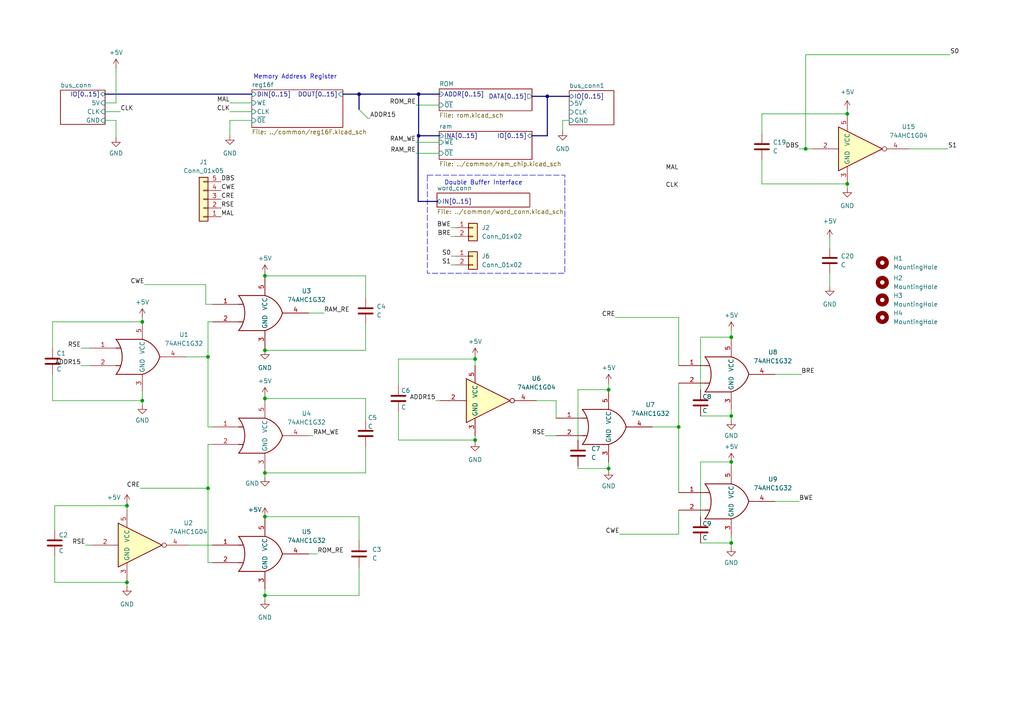
<source format=kicad_sch>
(kicad_sch (version 20250114) (generator "eeschema") (generator_version "9.0")
  (paper "A4")
  (lib_symbols
    (symbol "74xGxx:74AHC1G04"
      (property "Reference" "U" (at -2.54 3.81 0))
      (property "Value" "74AHC1G04" (at 0 -3.81 0))
      (symbol "74AHC1G04_0_1"
        (polyline (pts (xy -7.62 6.35) (xy -7.62 -6.35) (xy 5.08 0) (xy -7.62 6.35)) (stroke (width 0.254)) (fill (type background)))
      )
      (symbol "74AHC1G04_1_1"
        (pin input line (at -15.24 0 0) (length 7.62) (name "~") (number "2"))
        (pin power_in line (at -5.08 10.16 270) (length 5.08) (name "VCC") (number "5"))
        (pin power_in line (at -5.08 -10.16 90) (length 5.08) (name "GND") (number "3"))
        (pin output inverted (at 12.7 0 180) (length 7.62) (name "~") (number "4"))
      )
    )
    (symbol "74xGxx:74AHC1G32"
      (property "Reference" "U" (at -2.54 3.81 0))
      (property "Value" "74AHC1G32" (at 0 -3.81 0))
      (symbol "74AHC1G32_0_1"
        (arc (start -7.62 5.08) (mid -5.838 0) (end -7.62 -5.08) (stroke (width 0.254)))
        (polyline (pts (xy -7.62 2.54) (xy -6.35 2.54)) (stroke (width 0.254)) (fill (type background)))
        (polyline (pts (xy -7.62 -2.54) (xy -6.35 -2.54)) (stroke (width 0.254)) (fill (type background)))
        (arc (start 5.08 0) (mid 3.202 -3.202) (end 0 -5.08) (stroke (width 0.254)))
        (arc (start 0 5.08) (mid 3.2271 3.2271) (end 5.08 0) (stroke (width 0.254)))
        (polyline (pts (xy 0 5.08) (xy -7.62 5.08)) (stroke (width 0.254)) (fill (type background)))
        (polyline (pts (xy 0 -5.08) (xy -7.62 -5.08)) (stroke (width 0.254)) (fill (type background)))
      )
      (symbol "74AHC1G32_1_1"
        (pin input line (at -15.24 2.54 0) (length 7.62) (name "~") (number "1"))
        (pin input line (at -15.24 -2.54 0) (length 7.62) (name "~") (number "2"))
        (pin power_in line (at 0 10.16 270) (length 5.08) (name "VCC") (number "5"))
        (pin power_in line (at 0 -10.16 90) (length 5.08) (name "GND") (number "3"))
        (pin output line (at 12.7 0 180) (length 7.62) (name "~") (number "4"))
      )
    )
    (symbol "Connector_Generic:Conn_01x02" (pin_names (offset 1.016) (hide yes))
      (property "Reference" "J" (at 0 2.54 0))
      (property "Value" "Conn_01x02" (at 0 -5.08 0))
      (symbol "Conn_01x02_1_1"
        (rectangle (start -1.27 1.27) (end 1.27 -3.81) (stroke (width 0.254)) (fill (type background)))
        (rectangle (start -1.27 0.127) (end 0 -0.127) (stroke (width 0.1524)))
        (rectangle (start -1.27 -2.413) (end 0 -2.667) (stroke (width 0.1524)))
        (pin passive line (at -5.08 0 0) (length 3.81) (name "Pin_1") (number "1"))
        (pin passive line (at -5.08 -2.54 0) (length 3.81) (name "Pin_2") (number "2"))
      )
    )
    (symbol "Connector_Generic:Conn_01x05" (pin_names (offset 1.016) (hide yes))
      (property "Reference" "J" (at 0 7.62 0))
      (property "Value" "Conn_01x05" (at 0 -7.62 0))
      (symbol "Conn_01x05_1_1"
        (rectangle (start -1.27 6.35) (end 1.27 -6.35) (stroke (width 0.254)) (fill (type background)))
        (rectangle (start -1.27 5.207) (end 0 4.953) (stroke (width 0.1524)))
        (rectangle (start -1.27 2.667) (end 0 2.413) (stroke (width 0.1524)))
        (rectangle (start -1.27 0.127) (end 0 -0.127) (stroke (width 0.1524)))
        (rectangle (start -1.27 -2.413) (end 0 -2.667) (stroke (width 0.1524)))
        (rectangle (start -1.27 -4.953) (end 0 -5.207) (stroke (width 0.1524)))
        (pin passive line (at -5.08 5.08 0) (length 3.81) (name "Pin_1") (number "1"))
        (pin passive line (at -5.08 2.54 0) (length 3.81) (name "Pin_2") (number "2"))
        (pin passive line (at -5.08 0 0) (length 3.81) (name "Pin_3") (number "3"))
        (pin passive line (at -5.08 -2.54 0) (length 3.81) (name "Pin_4") (number "4"))
        (pin passive line (at -5.08 -5.08 0) (length 3.81) (name "Pin_5") (number "5"))
      )
    )
    (symbol "Device:C" (pin_numbers (hide yes)) (pin_names (offset 0.254))
      (property "Reference" "C" (at 0.635 2.54 0))
      (property "Value" "C" (at 0.635 -2.54 0))
      (symbol "C_0_1"
        (polyline (pts (xy -2.032 0.762) (xy 2.032 0.762)) (stroke (width 0.508)))
        (polyline (pts (xy -2.032 -0.762) (xy 2.032 -0.762)) (stroke (width 0.508)))
      )
      (symbol "C_1_1"
        (pin passive line (at 0 3.81 270) (length 2.794) (name "~") (number "1"))
        (pin passive line (at 0 -3.81 90) (length 2.794) (name "~") (number "2"))
      )
    )
    (symbol "Mechanical:MountingHole" (pin_names (offset 1.016)) (in_bom no)
      (property "Reference" "H" (at 0 5.08 0))
      (property "Value" "MountingHole" (at 0 3.175 0))
      (symbol "MountingHole_0_1"
        (circle (center 0 0) (radius 1.27) (stroke (width 1.27)))
      )
    )
    (symbol "power:+5V" (power) (pin_numbers (hide yes)) (pin_names (offset 0) (hide yes))
      (property "Value" "+5V" (at 0 3.556 0))
      (symbol "+5V_0_1"
        (polyline (pts (xy -0.762 1.27) (xy 0 2.54)))
        (polyline (pts (xy 0 2.54) (xy 0.762 1.27)))
        (polyline (pts (xy 0 0) (xy 0 2.54)))
      )
      (symbol "+5V_1_1"
        (pin power_in line (at 0 0 90) (length 0) (name "~") (number "1"))
      )
    )
    (symbol "power:GND" (power) (pin_numbers (hide yes)) (pin_names (offset 0) (hide yes))
      (property "Value" "GND" (at 0 -3.81 0))
      (symbol "GND_0_1"
        (polyline (pts (xy 0 0) (xy 0 -1.27) (xy 1.27 -1.27) (xy 0 -2.54) (xy -1.27 -1.27) (xy 0 -1.27)))
      )
      (symbol "GND_1_1"
        (pin power_in line (at 0 0 270) (length 0) (name "~") (number "1"))
      )
    )
  )
  (rectangle (start 123.952 50.8) (end 163.83 79.248) (stroke (width 0) (type dash)))
  (text "Double Buffer Interface" (at 140.208 53.086 0) (effects (font (size 1.27 1.27))))
  (text "Memory Address Register" (at 85.598 22.352 0) (effects (font (size 1.27 1.27))))
  (junction (at 36.83 168.91))
  (junction (at 212.09 97.79))
  (junction (at 104.14 27.305))
  (junction (at 60.325 103.505))
  (junction (at 212.09 157.48))
  (junction (at 60.325 141.605))
  (junction (at 76.835 101.6))
  (junction (at 121.412 39.37))
  (junction (at 245.745 53.34))
  (junction (at 121.412 27.305))
  (junction (at 76.835 137.16))
  (junction (at 212.09 133.985))
  (junction (at 137.795 104.14))
  (junction (at 76.835 80.01))
  (junction (at 76.835 115.57))
  (junction (at 233.68 43.18))
  (junction (at 41.275 116.205))
  (junction (at 36.83 146.685))
  (junction (at 176.53 113.03))
  (junction (at 76.835 172.72))
  (junction (at 176.53 135.89))
  (junction (at 41.275 93.345))
  (junction (at 137.795 127.635))
  (junction (at 196.85 123.825))
  (junction (at 245.745 33.02))
  (junction (at 212.09 120.65))
  (junction (at 76.835 149.86))
  (junction (at 158.75 27.94))
  (bus_entry (at 104.14 31.75) (size 2.54 2.54))
  (wire (pts (xy 115.57 127.635) (xy 137.795 127.635)))
  (wire (pts (xy 212.09 155.575) (xy 212.09 157.48)))
  (wire (pts (xy 212.09 121.92) (xy 212.09 120.65)))
  (wire (pts (xy 137.795 104.14) (xy 137.795 106.045)))
  (wire (pts (xy 15.24 116.205) (xy 41.275 116.205)))
  (wire (pts (xy 176.53 133.985) (xy 176.53 135.89)))
  (wire (pts (xy 161.29 121.285) (xy 161.29 116.205)))
  (wire (pts (xy 76.835 116.205) (xy 76.835 115.57)))
  (wire (pts (xy 240.665 79.375) (xy 240.665 83.185)))
  (wire (pts (xy 15.24 93.345) (xy 15.24 100.965)))
  (wire (pts (xy 263.525 43.18) (xy 274.955 43.18)))
  (bus (pts (xy 154.305 39.37) (xy 158.75 39.37)))
  (wire (pts (xy 120.65 41.275) (xy 127.381 41.275)))
  (wire (pts (xy 167.64 113.03) (xy 176.53 113.03)))
  (wire (pts (xy 212.09 158.75) (xy 212.09 157.48)))
  (wire (pts (xy 126.365 116.205) (xy 127.635 116.205)))
  (wire (pts (xy 220.98 53.34) (xy 245.745 53.34)))
  (wire (pts (xy 130.81 76.835) (xy 132.08 76.835)))
  (wire (pts (xy 76.835 172.72) (xy 76.835 173.99)))
  (wire (pts (xy 76.835 136.525) (xy 76.835 137.16)))
  (wire (pts (xy 196.85 123.825) (xy 196.85 111.125)))
  (wire (pts (xy 137.795 126.365) (xy 137.795 127.635)))
  (wire (pts (xy 36.83 146.685) (xy 36.83 147.955)))
  (wire (pts (xy 212.09 133.985) (xy 212.09 135.255)))
  (wire (pts (xy 36.83 146.05) (xy 36.83 146.685)))
  (wire (pts (xy 115.57 119.38) (xy 115.57 127.635)))
  (wire (pts (xy 176.53 113.03) (xy 176.53 113.665)))
  (wire (pts (xy 66.675 32.385) (xy 73.025 32.385)))
  (wire (pts (xy 59.69 82.55) (xy 41.91 82.55)))
  (bus (pts (xy 154.305 27.94) (xy 158.75 27.94)))
  (bus (pts (xy 121.412 39.37) (xy 127.635 39.37)))
  (wire (pts (xy 30.48 29.845) (xy 33.655 29.845)))
  (wire (pts (xy 130.81 68.58) (xy 132.08 68.58)))
  (wire (pts (xy 233.68 43.18) (xy 235.585 43.18)))
  (wire (pts (xy 76.835 170.815) (xy 76.835 172.72)))
  (wire (pts (xy 76.835 172.72) (xy 104.14 172.72)))
  (wire (pts (xy 115.57 104.14) (xy 137.795 104.14)))
  (bus (pts (xy 99.441 27.305) (xy 104.14 27.305)))
  (wire (pts (xy 54.61 158.115) (xy 61.595 158.115)))
  (wire (pts (xy 36.83 168.91) (xy 36.83 170.18)))
  (wire (pts (xy 30.48 32.385) (xy 34.925 32.385)))
  (wire (pts (xy 163.195 34.925) (xy 163.195 38.1)))
  (bus (pts (xy 104.14 27.305) (xy 121.412 27.305)))
  (wire (pts (xy 212.09 95.885) (xy 212.09 97.79)))
  (wire (pts (xy 220.98 33.02) (xy 220.98 38.735)))
  (wire (pts (xy 41.275 116.205) (xy 41.275 113.665)))
  (wire (pts (xy 104.14 172.72) (xy 104.14 164.465)))
  (wire (pts (xy 106.045 101.6) (xy 76.835 101.6)))
  (wire (pts (xy 76.835 80.01) (xy 76.835 80.645)))
  (wire (pts (xy 30.48 34.925) (xy 33.655 34.925)))
  (wire (pts (xy 212.09 118.745) (xy 212.09 120.65)))
  (wire (pts (xy 15.875 161.29) (xy 15.875 168.91)))
  (wire (pts (xy 203.2 133.985) (xy 212.09 133.985)))
  (wire (pts (xy 60.325 103.505) (xy 60.325 123.825)))
  (wire (pts (xy 203.2 133.985) (xy 203.2 149.86)))
  (bus (pts (xy 121.285 39.37) (xy 121.412 39.37)))
  (wire (pts (xy 120.65 30.48) (xy 127.381 30.48)))
  (wire (pts (xy 231.775 43.18) (xy 233.68 43.18)))
  (bus (pts (xy 30.48 27.305) (xy 73.025 27.305)))
  (wire (pts (xy 137.795 127.635) (xy 137.795 128.27)))
  (wire (pts (xy 106.045 115.57) (xy 76.835 115.57)))
  (wire (pts (xy 106.045 80.01) (xy 106.045 86.36)))
  (wire (pts (xy 106.045 129.54) (xy 106.045 137.16)))
  (wire (pts (xy 15.875 146.685) (xy 36.83 146.685)))
  (wire (pts (xy 41.275 92.075) (xy 41.275 93.345)))
  (wire (pts (xy 167.64 127.635) (xy 167.64 113.03)))
  (wire (pts (xy 176.53 135.89) (xy 167.64 135.89)))
  (wire (pts (xy 233.68 43.18) (xy 233.68 15.875)))
  (wire (pts (xy 15.875 168.91) (xy 36.83 168.91)))
  (wire (pts (xy 196.85 106.045) (xy 196.85 92.075)))
  (wire (pts (xy 196.85 123.825) (xy 196.85 142.875)))
  (wire (pts (xy 203.2 97.79) (xy 212.09 97.79)))
  (wire (pts (xy 60.325 123.825) (xy 61.595 123.825)))
  (wire (pts (xy 60.325 93.345) (xy 61.595 93.345)))
  (wire (pts (xy 158.115 126.365) (xy 161.29 126.365)))
  (wire (pts (xy 15.24 108.585) (xy 15.24 116.205)))
  (wire (pts (xy 76.835 149.86) (xy 104.14 149.86)))
  (wire (pts (xy 245.745 31.75) (xy 245.745 33.02)))
  (bus (pts (xy 121.285 39.37) (xy 121.285 58.42)))
  (wire (pts (xy 33.655 34.925) (xy 33.655 40.005)))
  (wire (pts (xy 224.79 108.585) (xy 232.41 108.585)))
  (wire (pts (xy 76.835 149.86) (xy 76.835 150.495)))
  (wire (pts (xy 220.98 46.355) (xy 220.98 53.34)))
  (wire (pts (xy 176.53 111.125) (xy 176.53 113.03)))
  (wire (pts (xy 137.795 103.505) (xy 137.795 104.14)))
  (wire (pts (xy 120.65 44.45) (xy 127.381 44.45)))
  (wire (pts (xy 41.275 116.205) (xy 41.275 117.475)))
  (wire (pts (xy 178.435 92.075) (xy 196.85 92.075)))
  (wire (pts (xy 189.23 123.825) (xy 196.85 123.825)))
  (wire (pts (xy 245.745 53.34) (xy 245.745 54.61)))
  (wire (pts (xy 106.045 121.92) (xy 106.045 115.57)))
  (wire (pts (xy 212.09 157.48) (xy 203.2 157.48)))
  (wire (pts (xy 224.79 145.415) (xy 231.775 145.415)))
  (bus (pts (xy 121.412 27.305) (xy 121.412 39.37)))
  (wire (pts (xy 53.975 103.505) (xy 60.325 103.505)))
  (wire (pts (xy 76.835 80.01) (xy 106.045 80.01)))
  (wire (pts (xy 59.69 88.265) (xy 59.69 82.55)))
  (wire (pts (xy 66.675 34.925) (xy 66.675 39.37)))
  (wire (pts (xy 60.325 163.195) (xy 61.595 163.195)))
  (wire (pts (xy 23.495 106.045) (xy 26.035 106.045)))
  (wire (pts (xy 245.745 33.02) (xy 220.98 33.02)))
  (wire (pts (xy 36.83 168.275) (xy 36.83 168.91)))
  (wire (pts (xy 61.595 128.905) (xy 60.325 128.905)))
  (wire (pts (xy 23.495 100.965) (xy 26.035 100.965)))
  (bus (pts (xy 121.285 58.42) (xy 127 58.42)))
  (wire (pts (xy 106.68 34.29) (xy 107.315 34.29)))
  (wire (pts (xy 115.57 111.76) (xy 115.57 104.14)))
  (wire (pts (xy 89.535 160.655) (xy 92.075 160.655)))
  (wire (pts (xy 106.045 137.16) (xy 76.835 137.16)))
  (bus (pts (xy 121.412 27.305) (xy 127.635 27.305)))
  (wire (pts (xy 106.045 93.98) (xy 106.045 101.6)))
  (wire (pts (xy 76.835 79.375) (xy 76.835 80.01)))
  (wire (pts (xy 104.14 149.86) (xy 104.14 156.845)))
  (wire (pts (xy 66.675 29.845) (xy 73.025 29.845)))
  (bus (pts (xy 104.14 27.305) (xy 104.14 31.75)))
  (wire (pts (xy 155.575 116.205) (xy 161.29 116.205)))
  (bus (pts (xy 158.75 39.37) (xy 158.75 27.94)))
  (wire (pts (xy 40.64 141.605) (xy 60.325 141.605)))
  (wire (pts (xy 196.85 147.955) (xy 196.85 154.94)))
  (wire (pts (xy 76.835 115.57) (xy 76.835 114.935)))
  (wire (pts (xy 130.81 74.295) (xy 132.08 74.295)))
  (wire (pts (xy 73.025 34.925) (xy 66.675 34.925)))
  (wire (pts (xy 76.835 137.16) (xy 76.835 138.43)))
  (wire (pts (xy 165.1 34.925) (xy 163.195 34.925)))
  (wire (pts (xy 41.275 93.345) (xy 15.24 93.345)))
  (wire (pts (xy 212.09 120.65) (xy 203.2 120.65)))
  (wire (pts (xy 60.325 93.345) (xy 60.325 103.505)))
  (wire (pts (xy 89.535 90.805) (xy 93.98 90.805)))
  (wire (pts (xy 60.325 128.905) (xy 60.325 141.605)))
  (wire (pts (xy 60.325 141.605) (xy 60.325 163.195)))
  (wire (pts (xy 33.655 19.685) (xy 33.655 29.845)))
  (bus (pts (xy 158.75 27.94) (xy 165.1 27.94)))
  (wire (pts (xy 130.81 66.04) (xy 132.08 66.04)))
  (wire (pts (xy 212.09 97.79) (xy 212.09 98.425)))
  (wire (pts (xy 203.2 97.79) (xy 203.2 113.03)))
  (wire (pts (xy 76.835 101.6) (xy 76.835 100.965)))
  (wire (pts (xy 89.535 126.365) (xy 90.805 126.365)))
  (wire (pts (xy 24.765 158.115) (xy 26.67 158.115)))
  (wire (pts (xy 176.53 135.89) (xy 176.53 136.525)))
  (wire (pts (xy 15.875 153.67) (xy 15.875 146.685)))
  (wire (pts (xy 59.69 88.265) (xy 61.595 88.265)))
  (wire (pts (xy 167.64 135.89) (xy 167.64 135.255)))
  (wire (pts (xy 233.68 15.875) (xy 275.59 15.875)))
  (wire (pts (xy 240.665 69.215) (xy 240.665 71.755)))
  (wire (pts (xy 179.705 154.94) (xy 196.85 154.94)))
  (label "ROM_RE" (at 120.65 30.48 180))
  (label "BRE" (at 232.41 108.585 0))
  (label "RSE" (at 64.135 60.325 0))
  (label "S0" (at 130.81 74.295 180))
  (label "MAL" (at 66.675 29.845 180))
  (label "DBS" (at 64.135 52.705 0))
  (label "RAM_WE" (at 90.805 126.365 0))
  (label "ADDR15" (at 126.365 116.205 180))
  (label "CWE" (at 64.135 55.245 0))
  (label "CRE" (at 40.64 141.605 180))
  (label "DBS" (at 231.775 43.18 180))
  (label "BWE" (at 231.775 145.415 0))
  (label "ROM_RE" (at 92.075 160.655 0))
  (label "RSE" (at 158.115 126.365 180))
  (label "RAM_RE" (at 120.65 44.45 180))
  (label "CLK" (at 66.675 32.385 180))
  (label "MAL" (at 64.135 62.865 0))
  (label "RSE" (at 24.765 158.115 180))
  (label "S1" (at 130.81 76.835 180))
  (label "CWE" (at 41.91 82.55 180))
  (label "CRE" (at 178.435 92.075 180))
  (label "BWE" (at 130.81 66.04 180))
  (label "BRE" (at 130.81 68.58 180))
  (label "CWE" (at 179.705 154.94 180))
  (label "ADDR15" (at 23.495 106.045 180))
  (label "MAL" (at 193.04 49.53 0))
  (label "RAM_RE" (at 93.98 90.805 0))
  (label "RAM_WE" (at 120.65 41.275 180))
  (label "RSE" (at 23.495 100.965 180))
  (label "S1" (at 274.955 43.18 0))
  (label "CLK" (at 34.925 32.385 0))
  (label "CLK" (at 193.04 54.61 0))
  (label "ADDR15" (at 107.315 34.29 0))
  (label "CRE" (at 64.135 57.785 0))
  (label "S0" (at 275.59 15.875 0))
  (symbol (lib_id "power:GND") (at 41.275 117.475 0) (unit 1)
    (property "Reference" "#PWR06" (effects (hide yes)))
    (property "Value" "GND" (at 41.275 121.92 0))
    (property "Description" "Power symbol creates a global label with name \"GND\" , ground" (effects (hide yes)))
  )
  (symbol (lib_id "Device:C") (at 15.24 104.775 0) (unit 1)
    (property "Reference" "C1" (at 16.383 102.489 0) (effects (justify left)))
    (property "Value" "C" (at 16.383 107.061 0) (effects (justify left)))
    (property "Footprint" "Capacitor_SMD:C_0603_1608Metric" (effects (hide yes)))
    (property "Description" "Unpolarized capacitor" (effects (hide yes)))
  )
  (symbol (lib_id "Device:C") (at 104.14 160.655 0) (unit 1)
    (property "Reference" "C3" (at 107.95 159.3849 0) (effects (justify left)))
    (property "Value" "C" (at 107.95 161.9249 0) (effects (justify left)))
    (property "Footprint" "Capacitor_SMD:C_0603_1608Metric" (effects (hide yes)))
    (property "Description" "Unpolarized capacitor" (effects (hide yes)))
  )
  (symbol (lib_id "power:+5V") (at 137.795 103.505 0) (unit 1)
    (property "Reference" "#PWR014" (effects (hide yes)))
    (property "Value" "+5V" (at 137.795 99.06 0))
    (property "Description" "Power symbol creates a global label with name \"+5V\"" (effects (hide yes)))
  )
  (symbol (lib_id "74xGxx:74AHC1G32") (at 76.835 160.655 0) (unit 1)
    (property "Reference" "U5" (at 88.9 154.2348 0))
    (property "Value" "74AHC1G32" (at 88.9 156.7748 0))
    (property "Footprint" "Package_TO_SOT_SMD:SOT-23-5" (effects (hide yes)))
    (property "Datasheet" "http://www.ti.com/lit/sg/scyt129e/scyt129e.pdf" (effects (hide yes)))
    (property "Description" "Single OR Gate, Low-Voltage CMOS" (effects (hide yes)))
  )
  (symbol (lib_id "power:GND") (at 245.745 54.61 0) (unit 1)
    (property "Reference" "#PWR025" (effects (hide yes)))
    (property "Value" "GND" (at 245.745 59.69 0))
    (property "Description" "Power symbol creates a global label with name \"GND\" , ground" (effects (hide yes)))
  )
  (symbol (lib_id "Device:C") (at 220.98 42.545 0) (unit 1)
    (property "Reference" "C19" (at 224.155 41.2749 0) (effects (justify left)))
    (property "Value" "C" (at 224.155 43.8149 0) (effects (justify left)))
    (property "Footprint" "Capacitor_SMD:C_0603_1608Metric" (effects (hide yes)))
    (property "Description" "Unpolarized capacitor" (effects (hide yes)))
  )
  (symbol (lib_id "Connector_Generic:Conn_01x05") (at 59.055 57.785 180) (unit 1)
    (property "Reference" "J1" (at 59.055 46.99 0))
    (property "Value" "Conn_01x05" (at 59.055 49.53 0))
    (property "Footprint" "Connector_PinHeader_2.54mm:PinHeader_1x05_P2.54mm_Vertical" (effects (hide yes)))
    (property "Description" "Generic connector, single row, 01x05, script generated (kicad-library-utils/schlib/autogen/connector/)" (effects (hide yes)))
  )
  (symbol (lib_id "power:GND") (at 212.09 121.92 0) (unit 1)
    (property "Reference" "#PWR019" (effects (hide yes)))
    (property "Value" "GND" (at 212.09 126.365 0))
    (property "Description" "Power symbol creates a global label with name \"GND\" , ground" (effects (hide yes)))
  )
  (symbol (lib_id "Device:C") (at 203.2 153.67 0) (unit 1)
    (property "Reference" "C9" (at 203.708 151.892 0) (effects (justify left)))
    (property "Value" "C" (at 203.708 155.956 0) (effects (justify left)))
    (property "Footprint" "Capacitor_SMD:C_0603_1608Metric" (effects (hide yes)))
    (property "Description" "Unpolarized capacitor" (effects (hide yes)))
  )
  (symbol (lib_id "power:GND") (at 137.795 128.27 0) (unit 1)
    (property "Reference" "#PWR015" (effects (hide yes)))
    (property "Value" "GND" (at 137.795 133.35 0))
    (property "Description" "Power symbol creates a global label with name \"GND\" , ground" (effects (hide yes)))
  )
  (symbol (lib_id "Device:C") (at 115.57 115.57 0) (unit 1)
    (property "Reference" "C6" (at 116.332 113.284 0) (effects (justify left)))
    (property "Value" "C" (at 116.332 118.11 0) (effects (justify left)))
    (property "Footprint" "Capacitor_SMD:C_0603_1608Metric" (effects (hide yes)))
    (property "Description" "Unpolarized capacitor" (effects (hide yes)))
  )
  (symbol (lib_id "Device:C") (at 167.64 131.445 0) (unit 1)
    (property "Reference" "C7" (at 171.45 130.1749 0) (effects (justify left)))
    (property "Value" "C" (at 171.45 132.7149 0) (effects (justify left)))
    (property "Footprint" "Capacitor_SMD:C_0603_1608Metric" (effects (hide yes)))
    (property "Description" "Unpolarized capacitor" (effects (hide yes)))
  )
  (symbol (lib_id "power:+5V") (at 176.53 111.125 0) (unit 1)
    (property "Reference" "#PWR016" (effects (hide yes)))
    (property "Value" "+5V" (at 176.53 106.68 0))
    (property "Description" "Power symbol creates a global label with name \"+5V\"" (effects (hide yes)))
  )
  (symbol (lib_id "74xGxx:74AHC1G32") (at 76.835 90.805 0) (unit 1)
    (property "Reference" "U3" (at 88.9 84.3848 0))
    (property "Value" "74AHC1G32" (at 88.9 86.9248 0))
    (property "Footprint" "Package_TO_SOT_SMD:SOT-23-5" (effects (hide yes)))
    (property "Datasheet" "http://www.ti.com/lit/sg/scyt129e/scyt129e.pdf" (effects (hide yes)))
    (property "Description" "Single OR Gate, Low-Voltage CMOS" (effects (hide yes)))
  )
  (symbol (lib_id "power:+5V") (at 76.835 79.375 0) (unit 1)
    (property "Reference" "#PWR08" (effects (hide yes)))
    (property "Value" "+5V" (at 76.835 74.93 0))
    (property "Description" "Power symbol creates a global label with name \"+5V\"" (effects (hide yes)))
  )
  (symbol (lib_id "74xGxx:74AHC1G32") (at 76.835 126.365 0) (unit 1)
    (property "Reference" "U4" (at 88.9 119.9448 0))
    (property "Value" "74AHC1G32" (at 88.9 122.4848 0))
    (property "Footprint" "Package_TO_SOT_SMD:SOT-23-5" (effects (hide yes)))
    (property "Datasheet" "http://www.ti.com/lit/sg/scyt129e/scyt129e.pdf" (effects (hide yes)))
    (property "Description" "Single OR Gate, Low-Voltage CMOS" (effects (hide yes)))
  )
  (symbol (lib_id "power:+5V") (at 245.745 31.75 0) (unit 1)
    (property "Reference" "#PWR024" (effects (hide yes)))
    (property "Value" "+5V" (at 245.745 26.67 0))
    (property "Description" "Power symbol creates a global label with name \"+5V\"" (effects (hide yes)))
  )
  (symbol (lib_id "Device:C") (at 15.875 157.48 0) (unit 1)
    (property "Reference" "C2" (at 17.018 155.194 0) (effects (justify left)))
    (property "Value" "C" (at 17.018 159.766 0) (effects (justify left)))
    (property "Footprint" "Capacitor_SMD:C_0603_1608Metric" (effects (hide yes)))
    (property "Description" "Unpolarized capacitor" (effects (hide yes)))
  )
  (symbol (lib_id "power:GND") (at 76.835 138.43 0) (unit 1)
    (property "Reference" "#PWR011" (effects (hide yes)))
    (property "Value" "GND" (at 73.152 140.208 0))
    (property "Description" "Power symbol creates a global label with name \"GND\" , ground" (effects (hide yes)))
  )
  (symbol (lib_id "74xGxx:74AHC1G04") (at 41.91 158.115 0) (unit 1)
    (property "Reference" "U2" (at 54.61 151.6948 0))
    (property "Value" "74AHC1G04" (at 54.61 154.2348 0))
    (property "Footprint" "Package_TO_SOT_SMD:SOT-23-5" (effects (hide yes)))
    (property "Datasheet" "http://www.ti.com/lit/sg/scyt129e/scyt129e.pdf" (effects (hide yes)))
    (property "Description" "Single NOT Gate, Low-Voltage CMOS" (effects (hide yes)))
  )
  (symbol (lib_id "Connector_Generic:Conn_01x02") (at 137.16 66.04 0) (unit 1)
    (property "Reference" "J2" (at 139.7 66.0399 0) (effects (justify left)))
    (property "Value" "Conn_01x02" (at 139.7 68.5799 0) (effects (justify left)))
    (property "Footprint" "Connector_PinHeader_2.54mm:PinHeader_1x02_P2.54mm_Vertical" (effects (hide yes)))
    (property "Description" "Generic connector, single row, 01x02, script generated (kicad-library-utils/schlib/autogen/connector/)" (effects (hide yes)))
  )
  (symbol (lib_id "power:GND") (at 76.835 173.99 0) (unit 1)
    (property "Reference" "#PWR013" (effects (hide yes)))
    (property "Value" "GND" (at 76.835 179.07 0))
    (property "Description" "Power symbol creates a global label with name \"GND\" , ground" (effects (hide yes)))
  )
  (symbol (lib_id "Mechanical:MountingHole") (at 255.905 81.915 0) (unit 1) (in_bom no)
    (property "Reference" "H2" (at 259.08 80.6449 0) (effects (justify left)))
    (property "Value" "MountingHole" (at 259.08 83.1849 0) (effects (justify left)))
    (property "Footprint" "MountingHole:MountingHole_4mm" (effects (hide yes)))
    (property "Description" "Mounting Hole without connection" (effects (hide yes)))
  )
  (symbol (lib_id "power:+5V") (at 33.655 19.685 0) (unit 1)
    (property "Reference" "#PWR01" (effects (hide yes)))
    (property "Value" "+5V" (at 33.655 15.24 0))
    (property "Description" "Power symbol creates a global label with name \"+5V\"" (effects (hide yes)))
  )
  (symbol (lib_id "power:GND") (at 240.665 83.185 0) (unit 1)
    (property "Reference" "#PWR027" (effects (hide yes)))
    (property "Value" "GND" (at 240.665 88.265 0))
    (property "Description" "Power symbol creates a global label with name \"GND\" , ground" (effects (hide yes)))
  )
  (symbol (lib_id "power:+5V") (at 41.275 92.075 0) (unit 1)
    (property "Reference" "#PWR05" (effects (hide yes)))
    (property "Value" "+5V" (at 41.275 87.63 0))
    (property "Description" "Power symbol creates a global label with name \"+5V\"" (effects (hide yes)))
  )
  (symbol (lib_id "74xGxx:74AHC1G32") (at 41.275 103.505 0) (unit 1)
    (property "Reference" "U1" (at 53.34 97.0848 0))
    (property "Value" "74AHC1G32" (at 53.34 99.6248 0))
    (property "Footprint" "Package_TO_SOT_SMD:SOT-23-5" (effects (hide yes)))
    (property "Datasheet" "http://www.ti.com/lit/sg/scyt129e/scyt129e.pdf" (effects (hide yes)))
    (property "Description" "Single OR Gate, Low-Voltage CMOS" (effects (hide yes)))
  )
  (symbol (lib_id "power:GND") (at 76.835 101.6 0) (unit 1)
    (property "Reference" "#PWR09" (effects (hide yes)))
    (property "Value" "GND" (at 76.835 106.68 0))
    (property "Description" "Power symbol creates a global label with name \"GND\" , ground" (effects (hide yes)))
  )
  (symbol (lib_id "power:GND") (at 66.675 39.37 0) (unit 1)
    (property "Reference" "#PWR07" (effects (hide yes)))
    (property "Value" "GND" (at 66.675 44.45 0))
    (property "Description" "Power symbol creates a global label with name \"GND\" , ground" (effects (hide yes)))
  )
  (symbol (lib_id "power:+5V") (at 76.835 149.86 0) (unit 1)
    (property "Reference" "#PWR012" (effects (hide yes)))
    (property "Value" "+5V" (at 73.914 147.828 0))
    (property "Description" "Power symbol creates a global label with name \"+5V\"" (effects (hide yes)))
  )
  (symbol (lib_id "power:GND") (at 33.655 40.005 0) (unit 1)
    (property "Reference" "#PWR02" (effects (hide yes)))
    (property "Value" "GND" (at 33.655 44.45 0))
    (property "Description" "Power symbol creates a global label with name \"GND\" , ground" (effects (hide yes)))
  )
  (symbol (lib_id "74xGxx:74AHC1G04") (at 142.875 116.205 0) (unit 1)
    (property "Reference" "U6" (at 155.575 109.7848 0))
    (property "Value" "74AHC1G04" (at 155.575 112.3248 0))
    (property "Footprint" "Package_TO_SOT_SMD:SOT-23-5" (effects (hide yes)))
    (property "Datasheet" "http://www.ti.com/lit/sg/scyt129e/scyt129e.pdf" (effects (hide yes)))
    (property "Description" "Single NOT Gate, Low-Voltage CMOS" (effects (hide yes)))
  )
  (symbol (lib_id "74xGxx:74AHC1G32") (at 212.09 108.585 0) (unit 1)
    (property "Reference" "U8" (at 224.155 102.1648 0))
    (property "Value" "74AHC1G32" (at 224.155 104.7048 0))
    (property "Footprint" "Package_TO_SOT_SMD:SOT-23-5" (effects (hide yes)))
    (property "Datasheet" "http://www.ti.com/lit/sg/scyt129e/scyt129e.pdf" (effects (hide yes)))
    (property "Description" "Single OR Gate, Low-Voltage CMOS" (effects (hide yes)))
  )
  (symbol (lib_id "power:+5V") (at 212.09 95.885 0) (unit 1)
    (property "Reference" "#PWR018" (effects (hide yes)))
    (property "Value" "+5V" (at 212.09 91.44 0))
    (property "Description" "Power symbol creates a global label with name \"+5V\"" (effects (hide yes)))
  )
  (symbol (lib_id "Device:C") (at 106.045 90.17 0) (unit 1)
    (property "Reference" "C4" (at 109.22 88.8999 0) (effects (justify left)))
    (property "Value" "C" (at 109.22 91.4399 0) (effects (justify left)))
    (property "Footprint" "Capacitor_SMD:C_0603_1608Metric" (effects (hide yes)))
    (property "Description" "Unpolarized capacitor" (effects (hide yes)))
  )
  (symbol (lib_id "power:GND") (at 212.09 158.75 0) (unit 1)
    (property "Reference" "#PWR021" (effects (hide yes)))
    (property "Value" "GND" (at 212.09 163.195 0))
    (property "Description" "Power symbol creates a global label with name \"GND\" , ground" (effects (hide yes)))
  )
  (symbol (lib_id "power:GND") (at 176.53 136.525 0) (unit 1)
    (property "Reference" "#PWR017" (effects (hide yes)))
    (property "Value" "GND" (at 176.53 140.97 0))
    (property "Description" "Power symbol creates a global label with name \"GND\" , ground" (effects (hide yes)))
  )
  (symbol (lib_id "Mechanical:MountingHole") (at 255.905 92.075 0) (unit 1) (in_bom no)
    (property "Reference" "H4" (at 259.08 90.8049 0) (effects (justify left)))
    (property "Value" "MountingHole" (at 259.08 93.3449 0) (effects (justify left)))
    (property "Footprint" "MountingHole:MountingHole_4mm" (effects (hide yes)))
    (property "Description" "Mounting Hole without connection" (effects (hide yes)))
  )
  (symbol (lib_id "Device:C") (at 106.045 125.73 0) (unit 1)
    (property "Reference" "C5" (at 106.68 121.158 0) (effects (justify left)))
    (property "Value" "C" (at 106.68 123.698 0) (effects (justify left)))
    (property "Footprint" "Capacitor_SMD:C_0603_1608Metric" (effects (hide yes)))
    (property "Description" "Unpolarized capacitor" (effects (hide yes)))
  )
  (symbol (lib_id "Connector_Generic:Conn_01x02") (at 137.16 74.295 0) (unit 1)
    (property "Reference" "J6" (at 139.7 74.2949 0) (effects (justify left)))
    (property "Value" "Conn_01x02" (at 139.7 76.8349 0) (effects (justify left)))
    (property "Footprint" "Connector_PinHeader_2.54mm:PinHeader_1x02_P2.54mm_Vertical" (effects (hide yes)))
    (property "Description" "Generic connector, single row, 01x02, script generated (kicad-library-utils/schlib/autogen/connector/)" (effects (hide yes)))
  )
  (symbol (lib_id "74xGxx:74AHC1G04") (at 250.825 43.18 0) (unit 1)
    (property "Reference" "U15" (at 263.525 36.7598 0))
    (property "Value" "74AHC1G04" (at 263.525 39.2998 0))
    (property "Footprint" "Package_TO_SOT_SMD:SOT-23-5" (effects (hide yes)))
    (property "Datasheet" "http://www.ti.com/lit/sg/scyt129e/scyt129e.pdf" (effects (hide yes)))
    (property "Description" "Single NOT Gate, Low-Voltage CMOS" (effects (hide yes)))
  )
  (symbol (lib_id "Mechanical:MountingHole") (at 255.905 86.995 0) (unit 1) (in_bom no)
    (property "Reference" "H3" (at 259.08 85.7249 0) (effects (justify left)))
    (property "Value" "MountingHole" (at 259.08 88.2649 0) (effects (justify left)))
    (property "Footprint" "MountingHole:MountingHole_4mm" (effects (hide yes)))
    (property "Description" "Mounting Hole without connection" (effects (hide yes)))
  )
  (symbol (lib_id "power:+5V") (at 36.83 146.05 0) (unit 1)
    (property "Reference" "#PWR03" (effects (hide yes)))
    (property "Value" "+5V" (at 33.02 144.272 0))
    (property "Description" "Power symbol creates a global label with name \"+5V\"" (effects (hide yes)))
  )
  (symbol (lib_id "Device:C") (at 203.2 116.84 0) (unit 1)
    (property "Reference" "C8" (at 203.708 115.062 0) (effects (justify left)))
    (property "Value" "C" (at 203.708 119.126 0) (effects (justify left)))
    (property "Footprint" "Capacitor_SMD:C_0603_1608Metric" (effects (hide yes)))
    (property "Description" "Unpolarized capacitor" (effects (hide yes)))
  )
  (symbol (lib_id "power:GND") (at 163.195 38.1 0) (unit 1)
    (property "Reference" "#PWR022" (effects (hide yes)))
    (property "Value" "GND" (at 163.195 43.18 0))
    (property "Description" "Power symbol creates a global label with name \"GND\" , ground" (effects (hide yes)))
  )
  (symbol (lib_id "power:+5V") (at 212.09 133.985 0) (unit 1)
    (property "Reference" "#PWR020" (effects (hide yes)))
    (property "Value" "+5V" (at 212.09 129.54 0))
    (property "Description" "Power symbol creates a global label with name \"+5V\"" (effects (hide yes)))
  )
  (symbol (lib_id "74xGxx:74AHC1G32") (at 176.53 123.825 0) (unit 1)
    (property "Reference" "U7" (at 188.595 117.4048 0))
    (property "Value" "74AHC1G32" (at 188.595 119.9448 0))
    (property "Footprint" "Package_TO_SOT_SMD:SOT-23-5" (effects (hide yes)))
    (property "Datasheet" "http://www.ti.com/lit/sg/scyt129e/scyt129e.pdf" (effects (hide yes)))
    (property "Description" "Single OR Gate, Low-Voltage CMOS" (effects (hide yes)))
  )
  (symbol (lib_id "power:GND") (at 36.83 170.18 0) (unit 1)
    (property "Reference" "#PWR04" (effects (hide yes)))
    (property "Value" "GND" (at 36.83 175.26 0))
    (property "Description" "Power symbol creates a global label with name \"GND\" , ground" (effects (hide yes)))
  )
  (symbol (lib_id "power:+5V") (at 76.835 114.935 0) (unit 1)
    (property "Reference" "#PWR010" (effects (hide yes)))
    (property "Value" "+5V" (at 76.835 110.49 0))
    (property "Description" "Power symbol creates a global label with name \"+5V\"" (effects (hide yes)))
  )
  (symbol (lib_id "power:+5V") (at 240.665 69.215 0) (unit 1)
    (property "Reference" "#PWR026" (effects (hide yes)))
    (property "Value" "+5V" (at 240.665 64.135 0))
    (property "Description" "Power symbol creates a global label with name \"+5V\"" (effects (hide yes)))
  )
  (symbol (lib_id "Mechanical:MountingHole") (at 255.905 76.2 0) (unit 1) (in_bom no)
    (property "Reference" "H1" (at 259.08 74.9299 0) (effects (justify left)))
    (property "Value" "MountingHole" (at 259.08 77.4699 0) (effects (justify left)))
    (property "Footprint" "MountingHole:MountingHole_4mm" (effects (hide yes)))
    (property "Description" "Mounting Hole without connection" (effects (hide yes)))
  )
  (symbol (lib_id "Device:C") (at 240.665 75.565 0) (unit 1)
    (property "Reference" "C20" (at 243.84 74.2949 0) (effects (justify left)))
    (property "Value" "C" (at 243.84 76.8349 0) (effects (justify left)))
    (property "Footprint" "Capacitor_SMD:CP_Elec_5x5.3" (effects (hide yes)))
    (property "Description" "Unpolarized capacitor" (effects (hide yes)))
  )
  (symbol (lib_id "74xGxx:74AHC1G32") (at 212.09 145.415 0) (unit 1)
    (property "Reference" "U9" (at 224.155 138.9948 0))
    (property "Value" "74AHC1G32" (at 224.155 141.5348 0))
    (property "Footprint" "Package_TO_SOT_SMD:SOT-23-5" (effects (hide yes)))
    (property "Datasheet" "http://www.ti.com/lit/sg/scyt129e/scyt129e.pdf" (effects (hide yes)))
    (property "Description" "Single OR Gate, Low-Voltage CMOS" (effects (hide yes)))
  )
  (sheet (at 127.381 25.781) (size 26.924 6.35) (stroke (width 0.1524))
    (property "Sheetname" "ROM" (at 127.381 25.0694 0) (effects (justify left bottom)))
    (property "Sheetfile" "rom.kicad_sch" (at 127.381 32.7156 0) (effects (justify left top)))
    (pin "DATA[0..15]" output (at 154.305 27.94 0))
    (pin "ADDR[0..15]" input (at 127.381 27.305 180))
    (pin "~{OE}" input (at 127.381 30.48 180))
  )
  (sheet (at 165.1 26.289) (size 12.954 9.906) (stroke (width 0.1524))
    (property "Sheetname" "bus_conn1" (at 165.1 25.5774 0) (effects (justify left bottom)))
    (property "Sheetfile" "../common/bus_conn.kicad_sch" (effects (hide yes)))
    (pin "5V" input (at 165.1 29.972 180))
    (pin "CLK" input (at 165.1 32.512 180))
    (pin "GND" input (at 165.1 34.925 180))
    (pin "IO[0..15]" tri_state (at 165.1 27.94 180))
  )
  (sheet (at 73.025 26.035) (size 26.416 10.922) (stroke (width 0.1524))
    (property "Sheetname" "reg16f" (at 73.025 25.3234 0) (effects (justify left bottom)))
    (property "Sheetfile" "../common/reg16F.kicad_sch" (at 73.025 37.5416 0) (effects (justify left top)))
    (pin "~{OE}" input (at 73.025 34.925 180))
    (pin "WE" input (at 73.025 29.845 180))
    (pin "DOUT[0..15]" input (at 99.441 27.305 0))
    (pin "CLK" input (at 73.025 32.385 180))
    (pin "DIN[0..15]" input (at 73.025 27.305 180))
  )
  (sheet (at 17.526 26.162) (size 12.954 9.906) (stroke (width 0.1524))
    (property "Sheetname" "bus_conn" (at 17.526 25.4504 0) (effects (justify left bottom)))
    (property "Sheetfile" "../common/bus_conn.kicad_sch" (effects (hide yes)))
    (pin "5V" input (at 30.48 29.845 0))
    (pin "CLK" input (at 30.48 32.385 0))
    (pin "GND" input (at 30.48 34.925 0))
    (pin "IO[0..15]" tri_state (at 30.48 27.305 0))
  )
  (sheet (at 127.381 38.1) (size 26.924 8.128) (stroke (width 0.1524))
    (property "Sheetname" "ram" (at 127.381 37.3884 0) (effects (justify left bottom)))
    (property "Sheetfile" "../common/ram_chip.kicad_sch" (at 127.381 46.8126 0) (effects (justify left top)))
    (pin "~{OE}" input (at 127.381 44.45 180))
    (pin "INA[0..15]" input (at 127.381 39.37 180))
    (pin "~{WE}" input (at 127.381 41.275 180))
    (pin "IO[0..15]" bidirectional (at 154.305 39.37 0))
  )
  (sheet (at 126.746 56.007) (size 26.924 4.064) (stroke (width 0.1524))
    (property "Sheetname" "word_conn" (at 126.746 55.2954 0) (effects (justify left bottom)))
    (property "Sheetfile" "../common/word_conn.kicad_sch" (at 126.746 60.6556 0) (effects (justify left top)))
    (pin "IN[0..15]" tri_state (at 126.746 58.42 180))
  )
)
</source>
